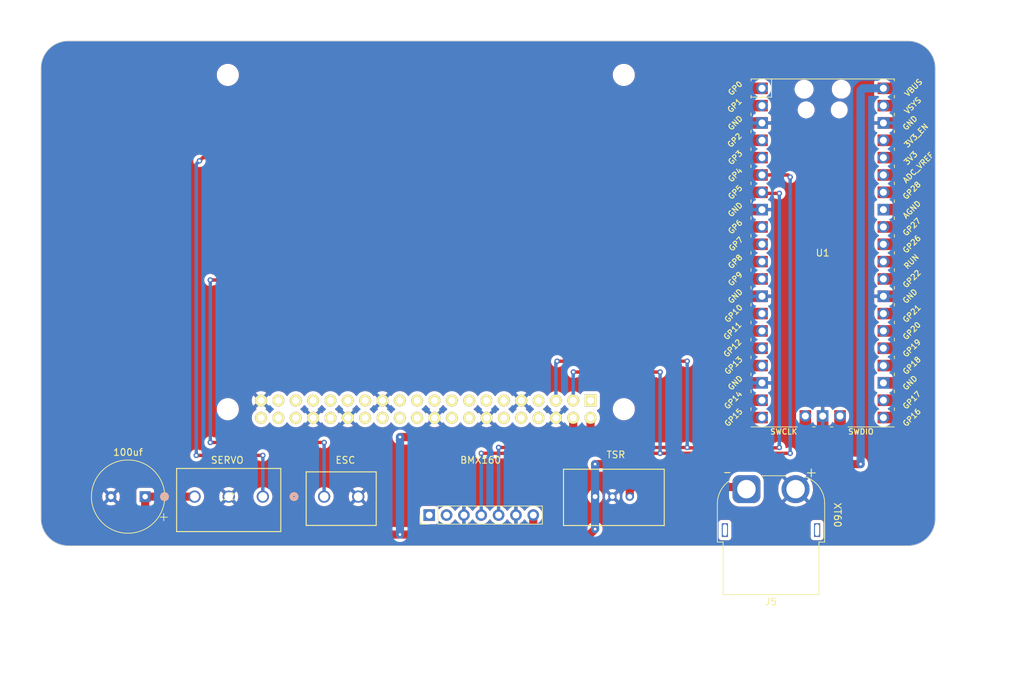
<source format=kicad_pcb>
(kicad_pcb (version 20221018) (generator pcbnew)
  (layers (0 "F.Cu" signal) (31 "B.Cu" signal) (34 "B.Paste" user) (35 "F.Paste" user) (36 "B.SilkS" user "B.Silkscreen") (37 "F.SilkS" user "F.Silkscreen") (38 "B.Mask" user) (39 "F.Mask" user) (44 "Edge.Cuts" user))
  (net 0 "")
  (net 1 "+5V")
  (net 2 "GND")
  (net 24 "SCL")
  (net 25 "SDA")
  (net 31 "SERVO")
  (net 34 "ESC")
  (net 65 "VCC")
  (footprint "Capacitor_THT:CP_Radial_Tantal_D10.5mm_P5.00mm" (layer "F.Cu") (at 91.258934 127.79375 180)
    (fp_text reference "C1" hide)
    (fp_text value "100uf" (at 2.5 6.5) (layer "F.SilkS"))
    (fp_line (start -3.247133 -3.015) (end -2.197133 -3.015) (stroke (width 0.12)) (layer "F.SilkS"))
    (fp_line (start -2.722133 -3.54) (end -2.722133 -2.49) (stroke (width 0.12)) (layer "F.SilkS"))
    (fp_circle (center 2.5 0) (end 7.87 0) (stroke (width 0.12)) (fill none) (layer "F.SilkS"))
    (pad "1" thru_hole rect (at 0 0 180) (size 1.6 1.6) (drill 0.8) (layers "*.Cu" "*.Mask") (net 1 "+5V"))
    (pad "2" thru_hole circle (at 5 0 180) (size 1.6 1.6) (drill 0.8) (layers "*.Cu" "*.Mask") (net 2 "GND"))
  )
  (footprint "pi:raspberrypi_2_3" (layer "F.Cu") (at 132.37 114.98 180)
    (fp_text reference "J1")
    (fp_text value "Raspberry_Pi_2_3")
    (pad "" np_thru_hole circle (at -29 0 180) (size 2.75 2.75) (drill 2.75) (layers "F&B.Cu" "*.Mask" "F.SilkS"))
    (pad "" np_thru_hole circle (at -29 49 180) (size 2.75 2.75) (drill 2.75) (layers "F&B.Cu" "*.Mask" "F.SilkS"))
    (pad "" np_thru_hole circle (at 29 0 180) (size 2.75 2.75) (drill 2.75) (layers "F&B.Cu" "*.Mask" "F.SilkS"))
    (pad "" np_thru_hole circle (at 29 49 180) (size 2.75 2.75) (drill 2.75) (layers "F&B.Cu" "*.Mask" "F.SilkS"))
    (pad "1" thru_hole rect (at -24.13 1.27 180) (size 1.75 1.75) (drill 1.016) (layers "*.Cu" "*.Mask" "F.SilkS"))
    (pad "2" thru_hole circle (at -24.13 -1.27 180) (size 1.75 1.75) (drill 1.016) (layers "*.Cu" "*.Mask" "F.SilkS") (net 1 "+5V"))
    (pad "3" thru_hole circle (at -21.59 1.27 180) (size 1.75 1.75) (drill 1.016) (layers "*.Cu" "*.Mask" "F.SilkS") (net 25 "SDA"))
    (pad "4" thru_hole circle (at -21.59 -1.27 180) (size 1.75 1.75) (drill 1.016) (layers "*.Cu" "*.Mask" "F.SilkS") (net 1 "+5V"))
    (pad "5" thru_hole circle (at -19.05 1.27 180) (size 1.75 1.75) (drill 1.016) (layers "*.Cu" "*.Mask" "F.SilkS") (net 24 "SCL"))
    (pad "6" thru_hole circle (at -19.05 -1.27 180) (size 1.75 1.75) (drill 1.016) (layers "*.Cu" "*.Mask" "F.SilkS") (net 2 "GND"))
    (pad "7" thru_hole circle (at -16.51 1.27 180) (size 1.75 1.75) (drill 1.016) (layers "*.Cu" "*.Mask" "F.SilkS"))
    (pad "8" thru_hole circle (at -16.51 -1.27 180) (size 1.75 1.75) (drill 1.016) (layers "*.Cu" "*.Mask" "F.SilkS"))
    (pad "9" thru_hole circle (at -13.97 1.27 180) (size 1.75 1.75) (drill 1.016) (layers "*.Cu" "*.Mask" "F.SilkS") (net 2 "GND"))
    (pad "10" thru_hole circle (at -13.97 -1.27 180) (size 1.75 1.75) (drill 1.016) (layers "*.Cu" "*.Mask" "F.SilkS"))
    (pad "11" thru_hole circle (at -11.43 1.27 180) (size 1.75 1.75) (drill 1.016) (layers "*.Cu" "*.Mask" "F.SilkS"))
    (pad "12" thru_hole circle (at -11.43 -1.27 180) (size 1.75 1.75) (drill 1.016) (layers "*.Cu" "*.Mask" "F.SilkS"))
    (pad "13" thru_hole circle (at -8.89 1.27 180) (size 1.75 1.75) (drill 1.016) (layers "*.Cu" "*.Mask" "F.SilkS"))
    (pad "14" thru_hole circle (at -8.89 -1.27 180) (size 1.75 1.75) (drill 1.016) (layers "*.Cu" "*.Mask" "F.SilkS") (net 2 "GND"))
    (pad "15" thru_hole circle (at -6.35 1.27 180) (size 1.75 1.75) (drill 1.016) (layers "*.Cu" "*.Mask" "F.SilkS"))
    (pad "16" thru_hole circle (at -6.35 -1.27 180) (size 1.75 1.75) (drill 1.016) (layers "*.Cu" "*.Mask" "F.SilkS"))
    (pad "17" thru_hole circle (at -3.81 1.27 180) (size 1.75 1.75) (drill 1.016) (layers "*.Cu" "*.Mask" "F.SilkS"))
    (pad "18" thru_hole circle (at -3.81 -1.27 180) (size 1.75 1.75) (drill 1.016) (layers "*.Cu" "*.Mask" "F.SilkS"))
    (pad "19" thru_hole circle (at -1.27 1.27 180) (size 1.75 1.75) (drill 1.016) (layers "*.Cu" "*.Mask" "F.SilkS"))
    (pad "20" thru_hole circle (at -1.27 -1.27 180) (size 1.75 1.75) (drill 1.016) (layers "*.Cu" "*.Mask" "F.SilkS") (net 2 "GND"))
    (pad "21" thru_hole circle (at 1.27 1.27 180) (size 1.75 1.75) (drill 1.016) (layers "*.Cu" "*.Mask" "F.SilkS"))
    (pad "22" thru_hole circle (at 1.27 -1.27 180) (size 1.75 1.75) (drill 1.016) (layers "*.Cu" "*.Mask" "F.SilkS"))
    (pad "23" thru_hole circle (at 3.81 1.27 180) (size 1.75 1.75) (drill 1.016) (layers "*.Cu" "*.Mask" "F.SilkS"))
    (pad "24" thru_hole circle (at 3.81 -1.27 180) (size 1.75 1.75) (drill 1.016) (layers "*.Cu" "*.Mask" "F.SilkS"))
    (pad "25" thru_hole circle (at 6.35 1.27 180) (size 1.75 1.75) (drill 1.016) (layers "*.Cu" "*.Mask" "F.SilkS") (net 2 "GND"))
    (pad "26" thru_hole circle (at 6.35 -1.27 180) (size 1.75 1.75) (drill 1.016) (layers "*.Cu" "*.Mask" "F.SilkS"))
    (pad "27" thru_hole circle (at 8.89 1.27 180) (size 1.75 1.75) (drill 1.016) (layers "*.Cu" "*.Mask" "F.SilkS"))
    (pad "28" thru_hole circle (at 8.89 -1.27 180) (size 1.75 1.75) (drill 1.016) (layers "*.Cu" "*.Mask" "F.SilkS"))
    (pad "29" thru_hole circle (at 11.43 1.27 180) (size 1.75 1.75) (drill 1.016) (layers "*.Cu" "*.Mask" "F.SilkS"))
    (pad "30" thru_hole circle (at 11.43 -1.27 180) (size 1.75 1.75) (drill 1.016) (layers "*.Cu" "*.Mask" "F.SilkS") (net 2 "GND"))
    (pad "31" thru_hole circle (at 13.97 1.27 180) (size 1.75 1.75) (drill 1.016) (layers "*.Cu" "*.Mask" "F.SilkS"))
    (pad "32" thru_hole circle (at 13.97 -1.27 180) (size 1.75 1.75) (drill 1.016) (layers "*.Cu" "*.Mask" "F.SilkS"))
    (pad "33" thru_hole circle (at 16.51 1.27 180) (size 1.75 1.75) (drill 1.016) (layers "*.Cu" "*.Mask" "F.SilkS"))
    (pad "34" thru_hole circle (at 16.51 -1.27 180) (size 1.75 1.75) (drill 1.016) (layers "*.Cu" "*.Mask" "F.SilkS") (net 2 "GND"))
    (pad "35" thru_hole circle (at 19.05 1.27 180) (size 1.75 1.75) (drill 1.016) (layers "*.Cu" "*.Mask" "F.SilkS"))
    (pad "36" thru_hole circle (at 19.05 -1.27 180) (size 1.75 1.75) (drill 1.016) (layers "*.Cu" "*.Mask" "F.SilkS"))
    (pad "37" thru_hole circle (at 21.59 1.27 180) (size 1.75 1.75) (drill 1.016) (layers "*.Cu" "*.Mask" "F.SilkS"))
    (pad "38" thru_hole circle (at 21.59 -1.27 180) (size 1.75 1.75) (drill 1.016) (layers "*.Cu" "*.Mask" "F.SilkS"))
    (pad "39" thru_hole circle (at 24.13 1.27 180) (size 1.75 1.75) (drill 1.016) (layers "*.Cu" "*.Mask" "F.SilkS") (net 2 "GND"))
    (pad "40" thru_hole circle (at 24.13 -1.27 180) (size 1.75 1.75) (drill 1.016) (layers "*.Cu" "*.Mask" "F.SilkS"))
  )
  (footprint "Connector_PinHeader_2.54mm:PinHeader_1x07_P2.54mm_Vertical" (layer "F.Cu") (at 132.86875 130.5 90)
    (fp_text reference "J3" hide)
    (fp_text value "Conn_01x07_Socket")
    (fp_line (start -1.33 -1.33) (end 0 -1.33) (stroke (width 0.12)) (layer "F.SilkS"))
    (fp_line (start -1.33 0) (end -1.33 -1.33) (stroke (width 0.12)) (layer "F.SilkS"))
    (fp_line (start -1.33 1.27) (end -1.33 16.57) (stroke (width 0.12)) (layer "F.SilkS"))
    (fp_line (start -1.33 1.27) (end 1.33 1.27) (stroke (width 0.12)) (layer "F.SilkS"))
    (fp_line (start -1.33 16.57) (end 1.33 16.57) (stroke (width 0.12)) (layer "F.SilkS"))
    (fp_line (start 1.33 1.27) (end 1.33 16.57) (stroke (width 0.12)) (layer "F.SilkS"))
    (pad "1" thru_hole rect (at 0 0 90) (size 1.7 1.7) (drill 1) (layers "*.Cu" "*.Mask"))
    (pad "2" thru_hole oval (at 0 2.54 90) (size 1.7 1.7) (drill 1) (layers "*.Cu" "*.Mask"))
    (pad "3" thru_hole oval (at 0 5.08 90) (size 1.7 1.7) (drill 1) (layers "*.Cu" "*.Mask") (net 2 "GND"))
    (pad "4" thru_hole oval (at 0 7.62 90) (size 1.7 1.7) (drill 1) (layers "*.Cu" "*.Mask") (net 25 "SDA"))
    (pad "5" thru_hole oval (at 0 10.16 90) (size 1.7 1.7) (drill 1) (layers "*.Cu" "*.Mask") (net 24 "SCL"))
    (pad "6" thru_hole oval (at 0 12.7 90) (size 1.7 1.7) (drill 1) (layers "*.Cu" "*.Mask") (net 2 "GND"))
    (pad "7" thru_hole oval (at 0 15.24 90) (size 1.7 1.7) (drill 1) (layers "*.Cu" "*.Mask") (net 1 "+5V"))
  )
  (footprint "MCU_RaspberryPi_and_Boards:RPi_Pico_SMD_TH" (layer "F.Cu") (at 190.5 92.075)
    (fp_text reference "U1" (at 0 0) (layer "F.SilkS"))
    (fp_text value "Pico")
    (fp_text user "GND" (at -12.8 19.05 45) (layer "F.SilkS") (effects (font (size 0.8 0.8))))
    (fp_text user "GP15" (at -13.054 24.13 45) (layer "F.SilkS") (effects (font (size 0.8 0.8))))
    (fp_text user "GP10" (at -13.054 8.89 45) (layer "F.SilkS") (effects (font (size 0.8 0.8))))
    (fp_text user "GP26" (at 13.054 -1.27 45) (layer "F.SilkS") (effects (font (size 0.8 0.8))))
    (fp_text user "GP5" (at -12.8 -8.89 45) (layer "F.SilkS") (effects (font (size 0.8 0.8))))
    (fp_text user "GP17" (at 13.054 21.59 45) (layer "F.SilkS") (effects (font (size 0.8 0.8))))
    (fp_text user "3V3_EN" (at 13.7 -17.2 45) (layer "F.SilkS") (effects (font (size 0.8 0.8))))
    (fp_text user "GP11" (at -13.2 11.43 45) (layer "F.SilkS") (effects (font (size 0.8 0.8))))
    (fp_text user "GP6" (at -12.8 -3.81 45) (layer "F.SilkS") (effects (font (size 0.8 0.8))))
    (fp_text user "VSYS" (at 13.2 -21.59 45) (layer "F.SilkS") (effects (font (size 0.8 0.8))))
    (fp_text user "GP2" (at -12.9 -16.51 45) (layer "F.SilkS") (effects (font (size 0.8 0.8))))
    (fp_text user "SWDIO" (at 5.6 26.2) (layer "F.SilkS") (effects (font (size 0.8 0.8))))
    (fp_text user "GP22" (at 13.054 3.81 45) (layer "F.SilkS") (effects (font (size 0.8 0.8))))
    (fp_text user "GP1" (at -12.9 -21.6 45) (layer "F.SilkS") (effects (font (size 0.8 0.8))))
    (fp_text user "GP7" (at -12.7 -1.3 45) (layer "F.SilkS") (effects (font (size 0.8 0.8))))
    (fp_text user "GP12" (at -13.2 13.97 45) (layer "F.SilkS") (effects (font (size 0.8 0.8))))
    (fp_text user "GP3" (at -12.8 -13.97 45) (layer "F.SilkS") (effects (font (size 0.8 0.8))))
    (fp_text user "GP16" (at 13.054 24.13 45) (layer "F.SilkS") (effects (font (size 0.8 0.8))))
    (fp_text user "GND" (at 12.8 -19.05 45) (layer "F.SilkS") (effects (font (size 0.8 0.8))))
    (fp_text user "GP18" (at 13.054 16.51 45) (layer "F.SilkS") (effects (font (size 0.8 0.8))))
    (fp_text user "GP13" (at -13.054 16.51 45) (layer "F.SilkS") (effects (font (size 0.8 0.8))))
    (fp_text user "GP21" (at 13.054 8.9 45) (layer "F.SilkS") (effects (font (size 0.8 0.8))))
    (fp_text user "GND" (at 12.8 19.05 45) (layer "F.SilkS") (effects (font (size 0.8 0.8))))
    (fp_text user "GP4" (at -12.8 -11.43 45) (layer "F.SilkS") (effects (font (size 0.8 0.8))))
    (fp_text user "3V3" (at 12.9 -13.9 45) (layer "F.SilkS") (effects (font (size 0.8 0.8))))
    (fp_text user "GP19" (at 13.054 13.97 45) (layer "F.SilkS") (effects (font (size 0.8 0.8))))
    (fp_text user "AGND" (at 13.054 -6.35 45) (layer "F.SilkS") (effects (font (size 0.8 0.8))))
    (fp_text user "GP28" (at 13.054 -9.144 45) (layer "F.SilkS") (effects (font (size 0.8 0.8))))
    (fp_text user "GP27" (at 13.054 -3.8 45) (layer "F.SilkS") (effects (font (size 0.8 0.8))))
    (fp_text user "GND" (at -12.8 -6.35 45) (layer "F.SilkS") (effects (font (size 0.8 0.8))))
    (fp_text user "SWCLK" (at -5.7 26.2) (layer "F.SilkS") (effects (font (size 0.8 0.8))))
    (fp_text user "GND" (at -12.8 6.35 45) (layer "F.SilkS") (effects (font (size 0.8 0.8))))
    (fp_text user "GND" (at -12.8 -19.05 45) (layer "F.SilkS") (effects (font (size 0.8 0.8))))
    (fp_text user "GP8" (at -12.8 1.27 45) (layer "F.SilkS") (effects (font (size 0.8 0.8))))
    (fp_text user "GP14" (at -13.1 21.59 45) (layer "F.SilkS") (effects (font (size 0.8 0.8))))
    (fp_text user "RUN" (at 13 1.27 45) (layer "F.SilkS") (effects (font (size 0.8 0.8))))
    (fp_text user "ADC_VREF" (at 14 -12.5 45) (layer "F.SilkS") (effects (font (size 0.8 0.8))))
    (fp_text user "GP20" (at 13.054 11.43 45) (layer "F.SilkS") (effects (font (size 0.8 0.8))))
    (fp_text user "VBUS" (at 13.3 -24.2 45) (layer "F.SilkS") (effects (font (size 0.8 0.8))))
    (fp_text user "GND" (at 12.8 6.35 45) (layer "F.SilkS") (effects (font (size 0.8 0.8))))
    (fp_text user "GP0" (at -12.8 -24.13 45) (layer "F.SilkS") (effects (font (size 0.8 0.8))))
    (fp_text user "GP9" (at -12.8 3.81 45) (layer "F.SilkS") (effects (font (size 0.8 0.8))))
    (fp_line (start -10.5 -25.5) (end -10.5 -25.2) (stroke (width 0.12)) (layer "F.SilkS"))
    (fp_line (start -10.5 -25.5) (end 10.5 -25.5) (stroke (width 0.12)) (layer "F.SilkS"))
    (fp_line (start -10.5 -23.1) (end -10.5 -22.7) (stroke (width 0.12)) (layer "F.SilkS"))
    (fp_line (start -10.5 -22.833) (end -7.493 -22.833) (stroke (width 0.12)) (layer "F.SilkS"))
    (fp_line (start -10.5 -20.5) (end -10.5 -20.1) (stroke (width 0.12)) (layer "F.SilkS"))
    (fp_line (start -10.5 -18) (end -10.5 -17.6) (stroke (width 0.12)) (layer "F.SilkS"))
    (fp_line (start -10.5 -15.4) (end -10.5 -15) (stroke (width 0.12)) (layer "F.SilkS"))
    (fp_line (start -10.5 -12.9) (end -10.5 -12.5) (stroke (width 0.12)) (layer "F.SilkS"))
    (fp_line (start -10.5 -10.4) (end -10.5 -10) (stroke (width 0.12)) (layer "F.SilkS"))
    (fp_line (start -10.5 -7.8) (end -10.5 -7.4) (stroke (width 0.12)) (layer "F.SilkS"))
    (fp_line (start -10.5 -5.3) (end -10.5 -4.9) (stroke (width 0.12)) (layer "F.SilkS"))
    (fp_line (start -10.5 -2.7) (end -10.5 -2.3) (stroke (width 0.12)) (layer "F.SilkS"))
    (fp_line (start -10.5 -0.2) (end -10.5 0.2) (stroke (width 0.12)) (layer "F.SilkS"))
    (fp_line (start -10.5 2.3) (end -10.5 2.7) (stroke (width 0.12)) (layer "F.SilkS"))
    (fp_line (start -10.5 4.9) (end -10.5 5.3) (stroke (width 0.12)) (layer "F.SilkS"))
    (fp_line (start -10.5 7.4) (end -10.5 7.8) (stroke (width 0.12)) (layer "F.SilkS"))
    (fp_line (start -10.5 10) (end -10.5 10.4) (stroke (width 0.12)) (layer "F.SilkS"))
    (fp_line (start -10.5 12.5) (end -10.5 12.9) (stroke (width 0.12)) (layer "F.SilkS"))
    (fp_line (start -10.5 15.1) (end -10.5 15.5) (stroke (width 0.12)) (layer "F.SilkS"))
    (fp_line (start -10.5 17.6) (end -10.5 18) (stroke (width 0.12)) (layer "F.SilkS"))
    (fp_line (start -10.5 20.1) (end -10.5 20.5) (stroke (width 0.12)) (layer "F.SilkS"))
    (fp_line (start -10.5 22.7) (end -10.5 23.1) (stroke (width 0.12)) (layer "F.SilkS"))
    (fp_line (start -7.493 -22.833) (end -7.493 -25.5) (stroke (width 0.12)) (layer "F.SilkS"))
    (fp_line (start -3.7 25.5) (end -10.5 25.5) (stroke (width 0.12)) (layer "F.SilkS"))
    (fp_line (start -1.5 25.5) (end -1.1 25.5) (stroke (width 0.12)) (layer "F.SilkS"))
    (fp_line (start 1.1 25.5) (end 1.5 25.5) (stroke (width 0.12)) (layer "F.SilkS"))
    (fp_line (start 10.5 -25.5) (end 10.5 -25.2) (stroke (width 0.12)) (layer "F.SilkS"))
    (fp_line (start 10.5 -23.1) (end 10.5 -22.7) (stroke (width 0.12)) (layer "F.SilkS"))
    (fp_line (start 10.5 -20.5) (end 10.5 -20.1) (stroke (width 0.12)) (layer "F.SilkS"))
    (fp_line (start 10.5 -18) (end 10.5 -17.6) (stroke (width 0.12)) (layer "F.SilkS"))
    (fp_line (start 10.5 -15.4) (end 10.5 -15) (stroke (width 0.12)) (layer "F.SilkS"))
    (fp_line (start 10.5 -12.9) (end 10.5 -12.5) (stroke (width 0.12)) (layer "F.SilkS"))
    (fp_line (start 10.5 -10.4) (end 10.5 -10) (stroke (width 0.12)) (layer "F.SilkS"))
    (fp_line (start 10.5 -7.8) (end 10.5 -7.4) (stroke (width 0.12)) (layer "F.SilkS"))
    (fp_line (start 10.5 -5.3) (end 10.5 -4.9) (stroke (width 0.12)) (layer "F.SilkS"))
    (fp_line (start 10.5 -2.7) (end 10.5 -2.3) (stroke (width 0.12)) (layer "F.SilkS"))
    (fp_line (start 10.5 -0.2) (end 10.5 0.2) (stroke (width 0.12)) (layer "F.SilkS"))
    (fp_line (start 10.5 2.3) (end 10.5 2.7) (stroke (width 0.12)) (layer "F.SilkS"))
    (fp_line (start 10.5 4.9) (end 10.5 5.3) (stroke (width 0.12)) (layer "F.SilkS"))
    (fp_line (start 10.5 7.4) (end 10.5 7.8) (stroke (width 0.12)) (layer "F.SilkS"))
    (fp_line (start 10.5 10) (end 10.5 10.4) (stroke (width 0.12)) (layer "F.SilkS"))
    (fp_line (start 10.5 12.5) (end 10.5 12.9) (stroke (width 0.12)) (layer "F.SilkS"))
    (fp_line (start 10.5 15.1) (end 10.5 15.5) (stroke (width 0.12)) (layer "F.SilkS"))
    (fp_line (start 10.5 17.6) (end 10.5 18) (stroke (width 0.12)) (layer "F.SilkS"))
    (fp_line (start 10.5 20.1) (end 10.5 20.5) (stroke (width 0.12)) (layer "F.SilkS"))
    (fp_line (start 10.5 22.7) (end 10.5 23.1) (stroke (width 0.12)) (layer "F.SilkS"))
    (fp_line (start 10.5 25.5) (end 3.7 25.5) (stroke (width 0.12)) (layer "F.SilkS"))
    (pad "" np_thru_hole oval (at -2.725 -24) (size 1.8 1.8) (drill 1.8) (layers "*.Cu" "*.Mask"))
    (pad "" np_thru_hole oval (at -2.425 -20.97) (size 1.5 1.5) (drill 1.5) (layers "*.Cu" "*.Mask"))
    (pad "" np_thru_hole oval (at 2.425 -20.97) (size 1.5 1.5) (drill 1.5) (layers "*.Cu" "*.Mask"))
    (pad "" np_thru_hole oval (at 2.725 -24) (size 1.8 1.8) (drill 1.8) (layers "*.Cu" "*.Mask"))
    (pad "1" thru_hole oval (at -8.89 -24.13) (size 1.7 1.7) (drill 1.02) (layers "*.Cu" "*.Mask"))
    (pad "1" smd rect (at -8.89 -24.13) (size 3.5 1.7) (drill (offset -0.9 0)) (layers "F.Cu" "F.Mask"))
    (pad "2" thru_hole oval (at -8.89 -21.59) (size 1.7 1.7) (drill 1.02) (layers "*.Cu" "*.Mask"))
    (pad "2" smd rect (at -8.89 -21.59) (size 3.5 1.7) (drill (offset -0.9 0)) (layers "F.Cu" "F.Mask"))
    (pad "3" thru_hole rect (at -8.89 -19.05) (size 1.7 1.7) (drill 1.02) (layers "*.Cu" "*.Mask") (net 2 "GND"))
    (pad "3" smd rect (at -8.89 -19.05) (size 3.5 1.7) (drill (offset -0.9 0)) (layers "F.Cu" "F.Mask") (net 2 "GND"))
    (pad "4" thru_hole oval (at -8.89 -16.51) (size 1.7 1.7) (drill 1.02) (layers "*.Cu" "*.Mask"))
    (pad "4" smd rect (at -8.89 -16.51) (size 3.5 1.7) (drill (offset -0.9 0)) (layers "F.Cu" "F.Mask"))
    (pad "5" thru_hole oval (at -8.89 -13.97) (size 1.7 1.7) (drill 1.02) (layers "*.Cu" "*.Mask") (net 31 "SERVO"))
    (pad "5" smd rect (at -8.89 -13.97) (size 3.5 1.7) (drill (offset -0.9 0)) (layers "F.Cu" "F.Mask") (net 31 "SERVO"))
    (pad "6" thru_hole oval (at -8.89 -11.43) (size 1.7 1.7) (drill 1.02) (layers "*.Cu" "*.Mask") (net 25 "SDA"))
    (pad "6" smd rect (at -8.89 -11.43) (size 3.5 1.7) (drill (offset -0.9 0)) (layers "F.Cu" "F.Mask") (net 25 "SDA"))
    (pad "7" thru_hole oval (at -8.89 -8.89) (size 1.7 1.7) (drill 1.02) (layers "*.Cu" "*.Mask") (net 24 "SCL"))
    (pad "7" smd rect (at -8.89 -8.89) (size 3.5 1.7) (drill (offset -0.9 0)) (layers "F.Cu" "F.Mask") (net 24 "SCL"))
    (pad "8" thru_hole rect (at -8.89 -6.35) (size 1.7 1.7) (drill 1.02) (layers "*.Cu" "*.Mask") (net 2 "GND"))
    (pad "8" smd rect (at -8.89 -6.35) (size 3.5 1.7) (drill (offset -0.9 0)) (layers "F.Cu" "F.Mask") (net 2 "GND"))
    (pad "9" thru_hole oval (at -8.89 -3.81) (size 1.7 1.7) (drill 1.02) (layers "*.Cu" "*.Mask"))
    (pad "9" smd rect (at -8.89 -3.81) (size 3.5 1.7) (drill (offset -0.9 0)) (layers "F.Cu" "F.Mask"))
    (pad "10" thru_hole oval (at -8.89 -1.27) (size 1.7 1.7) (drill 1.02) (layers "*.Cu" "*.Mask"))
    (pad "10" smd rect (at -8.89 -1.27) (size 3.5 1.7) (drill (offset -0.9 0)) (layers "F.Cu" "F.Mask"))
    (pad "11" thru_hole oval (at -8.89 1.27) (size 1.7 1.7) (drill 1.02) (layers "*.Cu" "*.Mask"))
    (pad "11" smd rect (at -8.89 1.27) (size 3.5 1.7) (drill (offset -0.9 0)) (layers "F.Cu" "F.Mask"))
    (pad "12" thru_hole oval (at -8.89 3.81) (size 1.7 1.7) (drill 1.02) (layers "*.Cu" "*.Mask") (net 34 "ESC"))
    (pad "12" smd rect (at -8.89 3.81) (size 3.5 1.7) (drill (offset -0.9 0)) (layers "F.Cu" "F.Mask") (net 34 "ESC"))
    (pad "13" thru_hole rect (at -8.89 6.35) (size 1.7 1.7) (drill 1.02) (layers "*.Cu" "*.Mask") (net 2 "GND"))
    (pad "13" smd rect (at -8.89 6.35) (size 3.5 1.7) (drill (offset -0.9 0)) (layers "F.Cu" "F.Mask") (net 2 "GND"))
    (pad "14" thru_hole oval (at -8.89 8.89) (size 1.7 1.7) (drill 1.02) (layers "*.Cu" "*.Mask"))
    (pad "14" smd rect (at -8.89 8.89) (size 3.5 1.7) (drill (offset -0.9 0)) (layers "F.Cu" "F.Mask"))
    (pad "15" thru_hole oval (at -8.89 11.43) (size 1.7 1.7) (drill 1.02) (layers "*.Cu" "*.Mask"))
    (pad "15" smd rect (at -8.89 11.43) (size 3.5 1.7) (drill (offset -0.9 0)) (layers "F.Cu" "F.Mask"))
    (pad "16" thru_hole oval (at -8.89 13.97) (size 1.7 1.7) (drill 1.02) (layers "*.Cu" "*.Mask"))
    (pad "16" smd rect (at -8.89 13.97) (size 3.5 1.7) (drill (offset -0.9 0)) (layers "F.Cu" "F.Mask"))
    (pad "17" thru_hole oval (at -8.89 16.51) (size 1.7 1.7) (drill 1.02) (layers "*.Cu" "*.Mask"))
    (pad "17" smd rect (at -8.89 16.51) (size 3.5 1.7) (drill (offset -0.9 0)) (layers "F.Cu" "F.Mask"))
    (pad "18" thru_hole rect (at -8.89 19.05) (size 1.7 1.7) (drill 1.02) (layers "*.Cu" "*.Mask") (net 2 "GND"))
    (pad "18" smd rect (at -8.89 19.05) (size 3.5 1.7) (drill (offset -0.9 0)) (layers "F.Cu" "F.Mask") (net 2 "GND"))
    (pad "19" thru_hole oval (at -8.89 21.59) (size 1.7 1.7) (drill 1.02) (layers "*.Cu" "*.Mask"))
    (pad "19" smd rect (at -8.89 21.59) (size 3.5 1.7) (drill (offset -0.9 0)) (layers "F.Cu" "F.Mask"))
    (pad "20" thru_hole oval (at -8.89 24.13) (size 1.7 1.7) (drill 1.02) (layers "*.Cu" "*.Mask"))
    (pad "20" smd rect (at -8.89 24.13) (size 3.5 1.7) (drill (offset -0.9 0)) (layers "F.Cu" "F.Mask"))
    (pad "21" thru_hole oval (at 8.89 24.13) (size 1.7 1.7) (drill 1.02) (layers "*.Cu" "*.Mask"))
    (pad "21" smd rect (at 8.89 24.13) (size 3.5 1.7) (drill (offset 0.9 0)) (layers "F.Cu" "F.Mask"))
    (pad "22" thru_hole oval (at 8.89 21.59) (size 1.7 1.7) (drill 1.02) (layers "*.Cu" "*.Mask"))
    (pad "22" smd rect (at 8.89 21.59) (size 3.5 1.7) (drill (offset 0.9 0)) (layers "F.Cu" "F.Mask"))
    (pad "23" thru_hole rect (at 8.89 19.05) (size 1.7 1.7) (drill 1.02) (layers "*.Cu" "*.Mask"))
    (pad "23" smd rect (at 8.89 19.05) (size 3.5 1.7) (drill (offset 0.9 0)) (layers "F.Cu" "F.Mask"))
    (pad "24" thru_hole oval (at 8.89 16.51) (size 1.7 1.7) (drill 1.02) (layers "*.Cu" "*.Mask"))
    (pad "24" smd rect (at 8.89 16.51) (size 3.5 1.7) (drill (offset 0.9 0)) (layers "F.Cu" "F.Mask"))
    (pad "25" thru_hole oval (at 8.89 13.97) (size 1.7 1.7) (drill 1.02) (layers "*.Cu" "*.Mask"))
    (pad "25" smd rect (at 8.89 13.97) (size 3.5 1.7) (drill (offset 0.9 0)) (layers "F.Cu" "F.Mask"))
    (pad "26" thru_hole oval (at 8.89 11.43) (size 1.7 1.7) (drill 1.02) (layers "*.Cu" "*.Mask"))
    (pad "26" smd rect (at 8.89 11.43) (size 3.5 1.7) (drill (offset 0.9 0)) (layers "F.Cu" "F.Mask"))
    (pad "27" thru_hole oval (at 8.89 8.89) (size 1.7 1.7) (drill 1.02) (layers "*.Cu" "*.Mask"))
    (pad "27" smd rect (at 8.89 8.89) (size 3.5 1.7) (drill (offset 0.9 0)) (layers "F.Cu" "F.Mask"))
    (pad "28" thru_hole rect (at 8.89 6.35) (size 1.7 1.7) (drill 1.02) (layers "*.Cu" "*.Mask") (net 2 "GND"))
    (pad "28" smd rect (at 8.89 6.35) (size 3.5 1.7) (drill (offset 0.9 0)) (layers "F.Cu" "F.Mask") (net 2 "GND"))
    (pad "29" thru_hole oval (at 8.89 3.81) (size 1.7 1.7) (drill 1.02) (layers "*.Cu" "*.Mask"))
    (pad "29" smd rect (at 8.89 3.81) (size 3.5 1.7) (drill (offset 0.9 0)) (layers "F.Cu" "F.Mask"))
    (pad "30" thru_hole oval (at 8.89 1.27) (size 1.7 1.7) (drill 1.02) (layers "*.Cu" "*.Mask"))
    (pad "30" smd rect (at 8.89 1.27) (size 3.5 1.7) (drill (offset 0.9 0)) (layers "F.Cu" "F.Mask"))
    (pad "31" thru_hole oval (at 8.89 -1.27) (size 1.7 1.7) (drill 1.02) (layers "*.Cu" "*.Mask"))
    (pad "31" smd rect (at 8.89 -1.27) (size 3.5 1.7) (drill (offset 0.9 0)) (layers "F.Cu" "F.Mask"))
    (pad "32" thru_hole oval (at 8.89 -3.81) (size 1.7 1.7) (drill 1.02) (layers "*.Cu" "*.Mask"))
    (pad "32" smd rect (at 8.89 -3.81) (size 3.5 1.7) (drill (offset 0.9 0)) (layers "F.Cu" "F.Mask"))
    (pad "33" thru_hole rect (at 8.89 -6.35) (size 1.7 1.7) (drill 1.02) (layers "*.Cu" "*.Mask"))
    (pad "33" smd rect (at 8.89 -6.35) (size 3.5 1.7) (drill (offset 0.9 0)) (layers "F.Cu" "F.Mask"))
    (pad "34" thru_hole oval (at 8.89 -8.89) (size 1.7 1.7) (drill 1.02) (layers "*.Cu" "*.Mask"))
    (pad "34" smd rect (at 8.89 -8.89) (size 3.5 1.7) (drill (offset 0.9 0)) (layers "F.Cu" "F.Mask"))
    (pad "35" thru_hole oval (at 8.89 -11.43) (size 1.7 1.7) (drill 1.02) (layers "*.Cu" "*.Mask"))
    (pad "35" smd rect (at 8.89 -11.43) (size 3.5 1.7) (drill (offset 0.9 0)) (layers "F.Cu" "F.Mask"))
    (pad "36" thru_hole oval (at 8.89 -13.97) (size 1.7 1.7) (drill 1.02) (layers "*.Cu" "*.Mask"))
    (pad "36" smd rect (at 8.89 -13.97) (size 3.5 1.7) (drill (offset 0.9 0)) (layers "F.Cu" "F.Mask"))
    (pad "37" thru_hole oval (at 8.89 -16.51) (size 1.7 1.7) (drill 1.02) (layers "*.Cu" "*.Mask"))
    (pad "37" smd rect (at 8.89 -16.51) (size 3.5 1.7) (drill (offset 0.9 0)) (layers "F.Cu" "F.Mask"))
    (pad "38" thru_hole rect (at 8.89 -19.05) (size 1.7 1.7) (drill 1.02) (layers "*.Cu" "*.Mask") (net 2 "GND"))
    (pad "38" smd rect (at 8.89 -19.05) (size 3.5 1.7) (drill (offset 0.9 0)) (layers "F.Cu" "F.Mask") (net 2 "GND"))
    (pad "39" thru_hole oval (at 8.89 -21.59) (size 1.7 1.7) (drill 1.02) (layers "*.Cu" "*.Mask"))
    (pad "39" smd rect (at 8.89 -21.59) (size 3.5 1.7) (drill (offset 0.9 0)) (layers "F.Cu" "F.Mask"))
    (pad "40" thru_hole oval (at 8.89 -24.13) (size 1.7 1.7) (drill 1.02) (layers "*.Cu" "*.Mask") (net 1 "+5V"))
    (pad "40" smd rect (at 8.89 -24.13) (size 3.5 1.7) (drill (offset 0.9 0)) (layers "F.Cu" "F.Mask") (net 1 "+5V"))
    (pad "41" thru_hole oval (at -2.54 23.9) (size 1.7 1.7) (drill 1.02) (layers "*.Cu" "*.Mask"))
    (pad "41" smd rect (at -2.54 23.9 90) (size 3.5 1.7) (drill (offset -0.9 0)) (layers "F.Cu" "F.Mask"))
    (pad "42" thru_hole rect (at 0 23.9) (size 1.7 1.7) (drill 1.02) (layers "*.Cu" "*.Mask") (net 2 "GND"))
    (pad "42" smd rect (at 0 23.9 90) (size 3.5 1.7) (drill (offset -0.9 0)) (layers "F.Cu" "F.Mask") (net 2 "GND"))
    (pad "43" thru_hole oval (at 2.54 23.9) (size 1.7 1.7) (drill 1.02) (layers "*.Cu" "*.Mask"))
    (pad "43" smd rect (at 2.54 23.9 90) (size 3.5 1.7) (drill (offset -0.9 0)) (layers "F.Cu" "F.Mask"))
  )
  (footprint "terminal:CONN_1935174_PXC" (layer "F.Cu") (at 98.49865 127.79375)
    (fp_text reference "J2" (at 5 0 unlocked) (layer "F.SilkS"))
    (fp_text value "Screw_Terminal_01x03")
    (fp_circle (center -4.405 0) (end -4.024 0) (stroke (width 0.508)) (fill none) (layer "B.SilkS"))
    (fp_line (start -2.627 -4.127) (end -2.627 5.127) (stroke (width 0.1524)) (layer "F.SilkS"))
    (fp_line (start -2.627 5.127) (end 12.627001 5.127) (stroke (width 0.1524)) (layer "F.SilkS"))
    (fp_line (start 12.627001 -4.127) (end -2.627 -4.127) (stroke (width 0.1524)) (layer "F.SilkS"))
    (fp_line (start 12.627001 5.127) (end 12.627001 -4.127) (stroke (width 0.1524)) (layer "F.SilkS"))
    (fp_circle (center -4.405 0) (end -4.024 0) (stroke (width 0.508)) (fill none) (layer "F.SilkS"))
    (pad "1" thru_hole circle (at 0 0) (size 1.8034 1.8034) (drill 1.2954) (layers "*.Cu" "*.Mask") (net 1 "+5V"))
    (pad "2" thru_hole circle (at 5 0) (size 1.8034 1.8034) (drill 1.2954) (layers "*.Cu" "*.Mask") (net 2 "GND"))
    (pad "3" thru_hole circle (at 10 0) (size 1.8034 1.8034) (drill 1.2954) (layers "*.Cu" "*.Mask") (net 31 "SERVO"))
  )
  (footprint "LOGO" (layer "F.Cu") (at 140.6 126.31875 180)
    (fp_text reference "BMX160-Drawing" hide)
    (fp_text value "LOGO" hide)
  )
  (footprint "txr:TSR 2-2450_TRP" (layer "F.Cu") (at 162.2425 127.79375 180)
    (fp_text reference "U2" hide)
    (fp_text value "TSR 2-2450")
    (fp_line (start -5.050409 -4.23799) (end -5.050409 4.01701) (stroke (width 0.1524)) (layer "F.SilkS"))
    (fp_line (start -5.050409 4.01701) (end 9.706991 4.01701) (stroke (width 0.1524)) (layer "F.SilkS"))
    (fp_line (start 9.706991 -4.23799) (end -5.050409 -4.23799) (stroke (width 0.1524)) (layer "F.SilkS"))
    (fp_line (start 9.706991 4.01701) (end 9.706991 -4.23799) (stroke (width 0.1524)) (layer "F.SilkS"))
    (pad "1" thru_hole circle (at 0 0 180) (size 1.2192 1.2192) (drill 0.7112) (layers "*.Cu" "*.Mask") (net 65 "VCC"))
    (pad "2" thru_hole circle (at 2.54 0 180) (size 1.2192 1.2192) (drill 0.7112) (layers "*.Cu" "*.Mask") (net 2 "GND"))
    (pad "3" thru_hole circle (at 5.08 0 180) (size 1.2192 1.2192) (drill 0.7112) (layers "*.Cu" "*.Mask") (net 1 "+5V"))
  )
  (footprint "Connector_AMASS:AMASS_XT60PW-F_1x02_P7.20mm_Horizontal" (layer "F.Cu") (at 179.33125 126.7 180)
    (fp_text reference "J5" (at -3.6 -16.5 180) (layer "F.SilkS"))
    (fp_text value "Conn_01x02_Socket")
    (fp_text user "-" (at 2.8 2.5 180) (layer "F.SilkS"))
    (fp_text user "+" (at -9.5 2.5 180) (layer "F.SilkS") (effects (font (size 1.5 1.5))))
    (fp_line (start -11.46 -7.76) (end -11.46 -2.15) (stroke (width 0.12)) (layer "F.SilkS"))
    (fp_line (start -11.46 -7.76) (end -10.61 -7.76) (stroke (width 0.12)) (layer "F.SilkS"))
    (fp_line (start -10.61 -15.46) (end -10.61 -7.76) (stroke (width 0.12)) (layer "F.SilkS"))
    (fp_line (start -10.61 -15.46) (end 3.41 -15.46) (stroke (width 0.12)) (layer "F.SilkS"))
    (fp_line (start -6.05 1.96) (end -2.31 1.96) (stroke (width 0.12)) (layer "F.SilkS"))
    (fp_line (start 3.41 -15.46) (end 3.41 -7.76) (stroke (width 0.12)) (layer "F.SilkS"))
    (fp_line (start 3.41 -7.76) (end 4.26 -7.76) (stroke (width 0.12)) (layer "F.SilkS"))
    (fp_line (start 4.26 -7.76) (end 4.26 -2.15) (stroke (width 0.12)) (layer "F.SilkS"))
    (fp_arc (start -8.5899 1.808718) (mid -10.677645 0.302568) (end -11.46 -2.15) (stroke (width 0.12)) (layer "F.SilkS"))
    (fp_arc (start 4.26 -2.15) (mid 3.727162 -0.126139) (end 2.266806 1.372958) (stroke (width 0.12)) (layer "F.SilkS"))
    (pad "" thru_hole rect (at -10.35 -6 180) (size 0.9 2) (drill oval 0.6 1.7) (layers "*.Cu" "*.Mask"))
    (pad "" thru_hole rect (at 3.15 -6 180) (size 0.9 2) (drill oval 0.6 1.7) (layers "*.Cu" "*.Mask"))
    (pad "1" thru_hole roundrect (at 0 0 180) (size 4.1 4.1) (drill 2.7) (layers "*.Cu" "*.Mask") (net 65 "VCC"))
    (pad "2" thru_hole circle (at -7.2 0 180) (size 4.1 4.1) (drill 2.7) (layers "*.Cu" "*.Mask") (net 2 "GND"))
  )
  (footprint "terminal:CONN2_710002_WRE" (layer "F.Cu") (at 117.475 127.79375)
    (fp_text reference "J4" hide)
    (fp_text value "Screw_Terminal_01x02")
    (fp_circle (center -4.4088 0) (end -4.0278 0) (stroke (width 0.508)) (fill none) (layer "B.SilkS"))
    (fp_line (start -2.6308 -3.627001) (end -2.6308 4.221599) (stroke (width 0.1524)) (layer "F.SilkS"))
    (fp_line (start -2.6308 4.221599) (end 7.6308 4.221599) (stroke (width 0.1524)) (layer "F.SilkS"))
    (fp_line (start 7.6308 -3.627001) (end -2.6308 -3.627001) (stroke (width 0.1524)) (layer "F.SilkS"))
    (fp_line (start 7.6308 4.221599) (end 7.6308 -3.627001) (stroke (width 0.1524)) (layer "F.SilkS"))
    (fp_circle (center -4.4088 0) (end -4.0278 0) (stroke (width 0.508)) (fill none) (layer "F.SilkS"))
    (pad "1" thru_hole circle (at 0 0) (size 1.8034 1.8034) (drill 1.2954) (layers "*.Cu" "*.Mask") (net 34 "ESC"))
    (pad "2" thru_hole circle (at 5 0) (size 1.8034 1.8034) (drill 1.2954) (layers "*.Cu" "*.Mask") (net 2 "GND"))
  )
  (gr_line (start 203 135) (end 80 135) (stroke (width 0.1)) (layer "Edge.Cuts"))
  (gr_arc (start 76 65) (mid 77.171573 62.171573) (end 80 61) (stroke (width 0.1)) (layer "Edge.Cuts"))
  (gr_line (start 207 65) (end 207 131) (stroke (width 0.1)) (layer "Edge.Cuts"))
  (gr_line (start 76 131) (end 76 65) (stroke (width 0.1)) (layer "Edge.Cuts"))
  (gr_arc (start 207 131) (mid 205.828427 133.828427) (end 203 135) (stroke (width 0.1)) (layer "Edge.Cuts"))
  (gr_line (start 80 61) (end 203 61) (stroke (width 0.1)) (layer "Edge.Cuts"))
  (gr_arc (start 80 135) (mid 77.171573 133.828427) (end 76 131) (stroke (width 0.1)) (layer "Edge.Cuts"))
  (gr_arc (start 203 61) (mid 205.828427 62.171573) (end 207 65) (stroke (width 0.1)) (layer "Edge.Cuts"))
  (gr_text "BMX160" (at 137.31875 123.03125) (layer "F.SilkS") (effects (font (size 1 1)) (justify left bottom)))
  (gr_text "ESC" (at 119.0625 123.03125) (layer "F.SilkS") (effects (font (size 1 1)) (justify left bottom)))
  (gr_text "XT60" (at 192.0875 128.5875 -90) (layer "F.SilkS") (effects (font (size 1 1)) (justify left bottom)))
  (gr_text "TSR" (at 158.75 122.2375) (layer "F.SilkS") (effects (font (size 1 1)) (justify left bottom)))
  (gr_text "SERVO" (at 100.80625 123.03125) (layer "F.SilkS") (effects (font (size 1 1)) (justify left bottom)))
  (segment (start 156.36875 133.35) (end 157.1625 132.55625) (width 1.2) (layer "F.Cu") (net 1))
  (segment (start 148.10875 133.0275) (end 148.43125 133.35) (width 1.2) (layer "F.Cu") (net 1))
  (segment (start 128.5875 133.35) (end 148.43125 133.35) (width 1.2) (layer "F.Cu") (net 1))
  (segment (start 148.43125 133.35) (end 156.36875 133.35) (width 1.2) (layer "F.Cu") (net 1))
  (segment (start 91.258934 127.79375) (end 91.258934 132.533934) (width 1.2) (layer "F.Cu") (net 1))
  (segment (start 91.258934 132.533934) (end 92.075 133.35) (width 1.2) (layer "F.Cu") (net 1))
  (segment (start 92.075 133.35) (end 128.5875 133.35) (width 1.2) (layer "F.Cu") (net 1))
  (segment (start 153.9875 119.0625) (end 128.5875 119.0625) (width 1.2) (layer "F.Cu") (net 1))
  (segment (start 196.05625 123.03125) (end 157.1625 123.03125) (width 1.2) (layer "F.Cu") (net 1))
  (segment (start 153.96 119.035) (end 153.96 116.25) (width 1.2) (layer "F.Cu") (net 1))
  (segment (start 153.9875 119.0625) (end 153.96 119.035) (width 1.2) (layer "F.Cu") (net 1))
  (segment (start 91.258934 127.79375) (end 98.49865 127.79375) (width 1.2) (layer "F.Cu") (net 1))
  (segment (start 156.5 116.25) (end 156.5 118.93125) (width 1.2) (layer "F.Cu") (net 1))
  (segment (start 156.5 118.93125) (end 156.36875 119.0625) (width 1.2) (layer "F.Cu") (net 1))
  (segment (start 148.10875 130.96875) (end 148.10875 133.0275) (width 1.2) (layer "F.Cu") (net 1))
  (segment (start 156.36875 119.0625) (end 153.9875 119.0625) (width 1.2) (layer "F.Cu") (net 1))
  (via (at 157.1625 132.55625) (size 0.8) (drill 0.4) (layers "F.Cu" "B.Cu") (net 1))
  (via (at 128.5875 119.0625) (size 0.8) (drill 0.4) (layers "F.Cu" "B.Cu") (net 1))
  (via (at 128.5875 133.35) (size 0.8) (drill 0.4) (layers "F.Cu" "B.Cu") (net 1))
  (via (at 196.05625 123.03125) (size 0.8) (drill 0.4) (layers "F.Cu" "B.Cu") (net 1))
  (via (at 157.1625 123.03125) (size 0.8) (drill 0.4) (layers "F.Cu" "B.Cu") (net 1))
  (segment (start 196.05625 123.03125) (end 196.05625 68.2625) (width 1.2) (layer "B.Cu") (net 1))
  (segment (start 157.1625 132.55625) (end 157.1625 127.79375) (width 1.2) (layer "B.Cu") (net 1))
  (segment (start 196.37375 67.945) (end 199.39 67.945) (width 1.2) (layer "B.Cu") (net 1))
  (segment (start 128.5875 119.0625) (end 128.5875 133.35) (width 1.2) (layer "B.Cu") (net 1))
  (segment (start 196.05625 68.2625) (end 196.37375 67.945) (width 1.2) (layer "B.Cu") (net 1))
  (segment (start 157.1625 127.79375) (end 157.1625 123.03125) (width 1.2) (layer "B.Cu") (net 1))
  (segment (start 184.15 120.59375) (end 184.09375 120.65) (width 0.5) (layer "F.Cu") (net 24))
  (segment (start 170.65625 120.59375) (end 143.02875 120.59375) (width 0.5) (layer "F.Cu") (net 24))
  (segment (start 184.09375 120.65) (end 170.7125 120.65) (width 0.5) (layer "F.Cu") (net 24))
  (segment (start 170.7125 120.65) (end 170.65625 120.59375) (width 0.5) (layer "F.Cu") (net 24))
  (segment (start 184.15 83.34375) (end 181.76875 83.34375) (width 0.5) (layer "F.Cu") (net 24))
  (segment (start 151.60625 107.95) (end 170.65625 107.95) (width 0.5) (layer "F.Cu") (net 24))
  (segment (start 181.76875 83.34375) (end 181.61 83.185) (width 0.5) (layer "F.Cu") (net 24))
  (via (at 143.02875 120.59375) (size 0.8) (drill 0.4) (layers "F.Cu" "B.Cu") (net 24))
  (via (at 184.15 120.59375) (size 0.8) (drill 0.4) (layers "F.Cu" "B.Cu") (net 24))
  (via (at 170.65625 120.59375) (size 0.8) (drill 0.4) (layers "F.Cu" "B.Cu") (net 24))
  (via (at 151.60625 107.95) (size 0.8) (drill 0.4) (layers "F.Cu" "B.Cu") (net 24))
  (via (at 170.65625 107.95) (size 0.8) (drill 0.4) (layers "F.Cu" "B.Cu") (net 24))
  (via (at 184.15 83.34375) (size 0.8) (drill 0.4) (layers "F.Cu" "B.Cu") (net 24))
  (segment (start 184.15 83.34375) (end 184.15 120.59375) (width 0.5) (layer "B.Cu") (net 24))
  (segment (start 151.42 108.13625) (end 151.60625 107.95) (width 0.5) (layer "B.Cu") (net 24))
  (segment (start 170.65625 107.95) (end 170.65625 120.59375) (width 0.5) (layer "B.Cu") (net 24))
  (segment (start 151.42 113.71) (end 151.42 108.13625) (width 0.5) (layer "B.Cu") (net 24))
  (segment (start 143.02875 130.96875) (end 143.02875 120.59375) (width 0.5) (layer "B.Cu") (net 24))
  (segment (start 184.15 120.069651) (end 184.15 120.59375) (width 0.5) (layer "B.Cu") (net 24))
  (segment (start 185.7375 121.44375) (end 166.6875 121.44375) (width 0.5) (layer "F.Cu") (net 25))
  (segment (start 184.94375 80.645) (end 181.61 80.645) (width 0.5) (layer "F.Cu") (net 25))
  (segment (start 166.6875 121.44375) (end 140.49375 121.44375) (width 0.5) (layer "F.Cu") (net 25))
  (segment (start 184.94375 80.645) (end 185.42 80.645) (width 0.5) (layer "F.Cu") (net 25))
  (segment (start 185.42 80.645) (end 185.7375 80.9625) (width 0.5) (layer "F.Cu") (net 25))
  (segment (start 153.9875 109.5375) (end 166.6875 109.5375) (width 0.5) (layer "F.Cu") (net 25))
  (via (at 153.9875 109.5375) (size 0.8) (drill 0.4) (layers "F.Cu" "B.Cu") (net 25))
  (via (at 166.6875 109.5375) (size 0.8) (drill 0.4) (layers "F.Cu" "B.Cu") (net 25))
  (via (at 185.7375 80.9625) (size 0.8) (drill 0.4) (layers "F.Cu" "B.Cu") (net 25))
  (via (at 185.7375 121.44375) (size 0.8) (drill 0.4) (layers "F.Cu" "B.Cu") (net 25))
  (via (at 140.49375 121.44375) (size 0.8) (drill 0.4) (layers "F.Cu" "B.Cu") (net 25))
  (via (at 166.6875 121.44375) (size 0.8) (drill 0.4) (layers "F.Cu" "B.Cu") (net 25))
  (segment (start 140.48875 125.4175) (end 140.48875 130.96875) (width 0.5) (layer "B.Cu") (net 25))
  (segment (start 140.49375 125.4125) (end 140.48875 125.4175) (width 0.5) (layer "B.Cu") (net 25))
  (segment (start 153.96 113.71) (end 153.96 109.565) (width 0.5) (layer "B.Cu") (net 25))
  (segment (start 153.96 109.565) (end 153.9875 109.5375) (width 0.5) (layer "B.Cu") (net 25))
  (segment (start 140.49375 122.2375) (end 140.49375 121.44375) (width 0.5) (layer "B.Cu") (net 25))
  (segment (start 140.49375 122.2375) (end 140.49375 125.4125) (width 0.5) (layer "B.Cu") (net 25))
  (segment (start 185.7375 80.9625) (end 185.7375 121.44375) (width 0.5) (layer "B.Cu") (net 25))
  (segment (start 166.6875 109.5375) (end 166.6875 121.44375) (width 0.5) (layer "B.Cu") (net 25))
  (segment (start 99.21875 78.58125) (end 99.695 78.105) (width 0.5) (layer "F.Cu") (net 31))
  (segment (start 99.695 78.105) (end 181.61 78.105) (width 0.5) (layer "F.Cu") (net 31))
  (segment (start 108.49865 121.75) (end 98.75 121.75) (width 0.5) (layer "F.Cu") (net 31))
  (via (at 108.49865 121.75) (size 0.8) (drill 0.4) (layers "F.Cu" "B.Cu") (net 31))
  (via (at 99.21875 78.58125) (size 0.8) (drill 0.4) (layers "F.Cu" "B.Cu") (net 31))
  (via (at 98.75 121.75) (size 0.8) (drill 0.4) (layers "F.Cu" "B.Cu") (net 31))
  (segment (start 108.49865 127.79375) (end 108.49865 121.75) (width 0.5) (layer "B.Cu") (net 31))
  (segment (start 98.75 79.05) (end 99.21875 78.58125) (width 0.5) (layer "B.Cu") (net 31))
  (segment (start 98.75 121.75) (end 98.75 109.5375) (width 0.5) (layer "B.Cu") (net 31))
  (segment (start 98.75 109.5375) (end 98.75 79.05) (width 0.5) (layer "B.Cu") (net 31))
  (segment (start 117.70625 96.04375) (end 181.45125 96.04375) (width 0.5) (layer "F.Cu") (net 34))
  (segment (start 100.80625 119.85625) (end 117.475 119.85625) (width 0.5) (layer "F.Cu") (net 34))
  (segment (start 117.70625 96.04375) (end 100.80625 96.04375) (width 0.5) (layer "F.Cu") (net 34))
  (segment (start 181.45125 96.04375) (end 181.61 95.885) (width 0.5) (layer "F.Cu") (net 34))
  (via (at 117.475 119.85625) (size 0.8) (drill 0.4) (layers "F.Cu" "B.Cu") (net 34))
  (via (at 100.80625 119.85625) (size 0.8) (drill 0.4) (layers "F.Cu" "B.Cu") (net 34))
  (via (at 100.80625 96.04375) (size 0.8) (drill 0.4) (layers "F.Cu" "B.Cu") (net 34))
  (segment (start 117.475 119.85625) (end 117.475 127.79375) (width 0.5) (layer "B.Cu") (net 34))
  (segment (start 181.45125 96.04375) (end 181.61 95.885) (width 0.5) (layer "B.Cu") (net 34))
  (segment (start 100.80625 96.04375) (end 100.80625 119.85625) (width 0.5) (layer "B.Cu") (net 34))
  (segment (start 179.0154 126.38415) (end 162.54085 126.38415) (width 1.2) (layer "F.Cu") (net 65))
  (segment (start 179.33125 126.7) (end 179.0154 126.38415) (width 1.2) (layer "F.Cu") (net 65))
  (segment (start 162.54085 126.38415) (end 162.2425 126.6825) (width 1.2) (layer "F.Cu") (net 65))
  (segment (start 162.2425 126.6825) (end 162.2425 127.79375) (width 1.2) (layer "F.Cu") (net 65))
  (zone (net 2) (net_name "GND") (layers "F&B.Cu") (connect_pads (clearance 0.5)) (min_thickness 0.25) (fill yes (thermal_gap 0.5) (thermal_bridge_width 0.5))
    (polygon (pts (xy 70 55) (xy 220 55) (xy 220 155) (xy 70 155)))
  )
)
</source>
